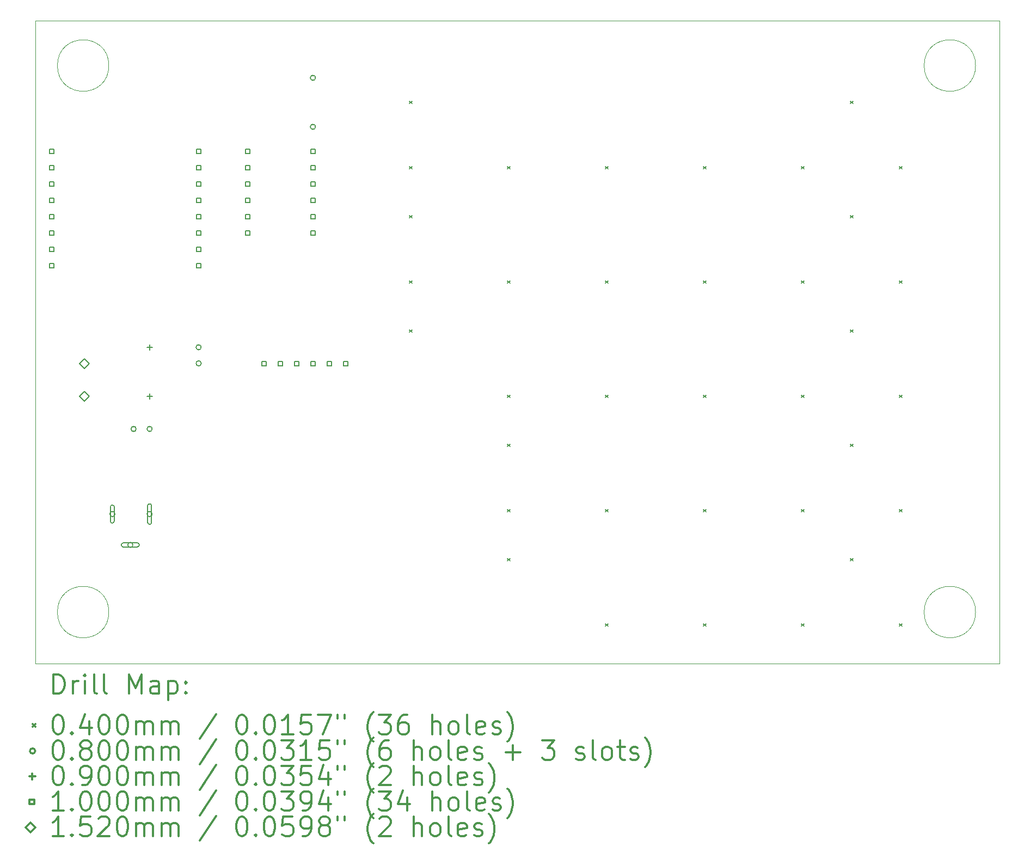
<source format=gbr>
%FSLAX45Y45*%
G04 Gerber Fmt 4.5, Leading zero omitted, Abs format (unit mm)*
G04 Created by KiCad (PCBNEW 5.1.10) date 2021-10-31 13:48:07*
%MOMM*%
%LPD*%
G01*
G04 APERTURE LIST*
%TA.AperFunction,Profile*%
%ADD10C,0.050000*%
%TD*%
%ADD11C,0.200000*%
%ADD12C,0.300000*%
G04 APERTURE END LIST*
D10*
X18180000Y-12500000D02*
G75*
G03*
X18180000Y-12500000I-400000J0D01*
G01*
X18180000Y-4000000D02*
G75*
G03*
X18180000Y-4000000I-400000J0D01*
G01*
X4700000Y-4000000D02*
G75*
G03*
X4700000Y-4000000I-400000J0D01*
G01*
X4700000Y-12500000D02*
G75*
G03*
X4700000Y-12500000I-400000J0D01*
G01*
X18556000Y-3302000D02*
X18556000Y-13302000D01*
X3556000Y-13302000D02*
X18556000Y-13302000D01*
X3556000Y-3302000D02*
X3556000Y-13302000D01*
X3556000Y-3302000D02*
X18556000Y-3302000D01*
D11*
X9378000Y-4552000D02*
X9418000Y-4592000D01*
X9418000Y-4552000D02*
X9378000Y-4592000D01*
X9378000Y-5568000D02*
X9418000Y-5608000D01*
X9418000Y-5568000D02*
X9378000Y-5608000D01*
X9378000Y-6330000D02*
X9418000Y-6370000D01*
X9418000Y-6330000D02*
X9378000Y-6370000D01*
X9378000Y-7346000D02*
X9418000Y-7386000D01*
X9418000Y-7346000D02*
X9378000Y-7386000D01*
X9378000Y-8108000D02*
X9418000Y-8148000D01*
X9418000Y-8108000D02*
X9378000Y-8148000D01*
X10902000Y-5568000D02*
X10942000Y-5608000D01*
X10942000Y-5568000D02*
X10902000Y-5608000D01*
X10902000Y-7346000D02*
X10942000Y-7386000D01*
X10942000Y-7346000D02*
X10902000Y-7386000D01*
X10902000Y-9124000D02*
X10942000Y-9164000D01*
X10942000Y-9124000D02*
X10902000Y-9164000D01*
X10902000Y-9886000D02*
X10942000Y-9926000D01*
X10942000Y-9886000D02*
X10902000Y-9926000D01*
X10902000Y-10902000D02*
X10942000Y-10942000D01*
X10942000Y-10902000D02*
X10902000Y-10942000D01*
X10902000Y-11664000D02*
X10942000Y-11704000D01*
X10942000Y-11664000D02*
X10902000Y-11704000D01*
X12426000Y-5568000D02*
X12466000Y-5608000D01*
X12466000Y-5568000D02*
X12426000Y-5608000D01*
X12426000Y-7346000D02*
X12466000Y-7386000D01*
X12466000Y-7346000D02*
X12426000Y-7386000D01*
X12426000Y-9124000D02*
X12466000Y-9164000D01*
X12466000Y-9124000D02*
X12426000Y-9164000D01*
X12426000Y-10902000D02*
X12466000Y-10942000D01*
X12466000Y-10902000D02*
X12426000Y-10942000D01*
X12426000Y-12680000D02*
X12466000Y-12720000D01*
X12466000Y-12680000D02*
X12426000Y-12720000D01*
X13950000Y-5568000D02*
X13990000Y-5608000D01*
X13990000Y-5568000D02*
X13950000Y-5608000D01*
X13950000Y-7346000D02*
X13990000Y-7386000D01*
X13990000Y-7346000D02*
X13950000Y-7386000D01*
X13950000Y-9124000D02*
X13990000Y-9164000D01*
X13990000Y-9124000D02*
X13950000Y-9164000D01*
X13950000Y-10902000D02*
X13990000Y-10942000D01*
X13990000Y-10902000D02*
X13950000Y-10942000D01*
X13950000Y-12680000D02*
X13990000Y-12720000D01*
X13990000Y-12680000D02*
X13950000Y-12720000D01*
X15474000Y-5568000D02*
X15514000Y-5608000D01*
X15514000Y-5568000D02*
X15474000Y-5608000D01*
X15474000Y-7346000D02*
X15514000Y-7386000D01*
X15514000Y-7346000D02*
X15474000Y-7386000D01*
X15474000Y-9124000D02*
X15514000Y-9164000D01*
X15514000Y-9124000D02*
X15474000Y-9164000D01*
X15474000Y-10902000D02*
X15514000Y-10942000D01*
X15514000Y-10902000D02*
X15474000Y-10942000D01*
X15474000Y-12680000D02*
X15514000Y-12720000D01*
X15514000Y-12680000D02*
X15474000Y-12720000D01*
X16236000Y-4552000D02*
X16276000Y-4592000D01*
X16276000Y-4552000D02*
X16236000Y-4592000D01*
X16236000Y-6330000D02*
X16276000Y-6370000D01*
X16276000Y-6330000D02*
X16236000Y-6370000D01*
X16236000Y-8108000D02*
X16276000Y-8148000D01*
X16276000Y-8108000D02*
X16236000Y-8148000D01*
X16236000Y-9886000D02*
X16276000Y-9926000D01*
X16276000Y-9886000D02*
X16236000Y-9926000D01*
X16236000Y-11664000D02*
X16276000Y-11704000D01*
X16276000Y-11664000D02*
X16236000Y-11704000D01*
X16998000Y-5568000D02*
X17038000Y-5608000D01*
X17038000Y-5568000D02*
X16998000Y-5608000D01*
X16998000Y-7346000D02*
X17038000Y-7386000D01*
X17038000Y-7346000D02*
X16998000Y-7386000D01*
X16998000Y-9124000D02*
X17038000Y-9164000D01*
X17038000Y-9124000D02*
X16998000Y-9164000D01*
X16998000Y-10902000D02*
X17038000Y-10942000D01*
X17038000Y-10902000D02*
X16998000Y-10942000D01*
X16998000Y-12680000D02*
X17038000Y-12720000D01*
X17038000Y-12680000D02*
X16998000Y-12720000D01*
X4794000Y-10975340D02*
G75*
G03*
X4794000Y-10975340I-40000J0D01*
G01*
X4724000Y-10865340D02*
X4724000Y-11085340D01*
X4784000Y-10865340D02*
X4784000Y-11085340D01*
X4724000Y-11085340D02*
G75*
G03*
X4784000Y-11085340I30000J0D01*
G01*
X4784000Y-10865340D02*
G75*
G03*
X4724000Y-10865340I-30000J0D01*
G01*
X5074000Y-11455340D02*
G75*
G03*
X5074000Y-11455340I-40000J0D01*
G01*
X4924000Y-11485340D02*
X5144000Y-11485340D01*
X4924000Y-11425340D02*
X5144000Y-11425340D01*
X5144000Y-11485340D02*
G75*
G03*
X5144000Y-11425340I0J30000D01*
G01*
X4924000Y-11425340D02*
G75*
G03*
X4924000Y-11485340I0J-30000D01*
G01*
X5124000Y-9652000D02*
G75*
G03*
X5124000Y-9652000I-40000J0D01*
G01*
X5374000Y-9652000D02*
G75*
G03*
X5374000Y-9652000I-40000J0D01*
G01*
X5374000Y-10975340D02*
G75*
G03*
X5374000Y-10975340I-40000J0D01*
G01*
X5304000Y-10845340D02*
X5304000Y-11105340D01*
X5364000Y-10845340D02*
X5364000Y-11105340D01*
X5304000Y-11105340D02*
G75*
G03*
X5364000Y-11105340I30000J0D01*
G01*
X5364000Y-10845340D02*
G75*
G03*
X5304000Y-10845340I-30000J0D01*
G01*
X6136000Y-8382000D02*
G75*
G03*
X6136000Y-8382000I-40000J0D01*
G01*
X6136000Y-8632000D02*
G75*
G03*
X6136000Y-8632000I-40000J0D01*
G01*
X7914000Y-4191000D02*
G75*
G03*
X7914000Y-4191000I-40000J0D01*
G01*
X7914000Y-4953000D02*
G75*
G03*
X7914000Y-4953000I-40000J0D01*
G01*
X5334000Y-8337000D02*
X5334000Y-8427000D01*
X5289000Y-8382000D02*
X5379000Y-8382000D01*
X5334000Y-9099000D02*
X5334000Y-9189000D01*
X5289000Y-9144000D02*
X5379000Y-9144000D01*
X3845356Y-5369356D02*
X3845356Y-5298644D01*
X3774644Y-5298644D01*
X3774644Y-5369356D01*
X3845356Y-5369356D01*
X3845356Y-5623356D02*
X3845356Y-5552644D01*
X3774644Y-5552644D01*
X3774644Y-5623356D01*
X3845356Y-5623356D01*
X3845356Y-5877356D02*
X3845356Y-5806644D01*
X3774644Y-5806644D01*
X3774644Y-5877356D01*
X3845356Y-5877356D01*
X3845356Y-6131356D02*
X3845356Y-6060644D01*
X3774644Y-6060644D01*
X3774644Y-6131356D01*
X3845356Y-6131356D01*
X3845356Y-6385356D02*
X3845356Y-6314644D01*
X3774644Y-6314644D01*
X3774644Y-6385356D01*
X3845356Y-6385356D01*
X3845356Y-6639356D02*
X3845356Y-6568644D01*
X3774644Y-6568644D01*
X3774644Y-6639356D01*
X3845356Y-6639356D01*
X3845356Y-6893356D02*
X3845356Y-6822644D01*
X3774644Y-6822644D01*
X3774644Y-6893356D01*
X3845356Y-6893356D01*
X3845356Y-7147356D02*
X3845356Y-7076644D01*
X3774644Y-7076644D01*
X3774644Y-7147356D01*
X3845356Y-7147356D01*
X6131356Y-5369356D02*
X6131356Y-5298644D01*
X6060644Y-5298644D01*
X6060644Y-5369356D01*
X6131356Y-5369356D01*
X6131356Y-5623356D02*
X6131356Y-5552644D01*
X6060644Y-5552644D01*
X6060644Y-5623356D01*
X6131356Y-5623356D01*
X6131356Y-5877356D02*
X6131356Y-5806644D01*
X6060644Y-5806644D01*
X6060644Y-5877356D01*
X6131356Y-5877356D01*
X6131356Y-6131356D02*
X6131356Y-6060644D01*
X6060644Y-6060644D01*
X6060644Y-6131356D01*
X6131356Y-6131356D01*
X6131356Y-6385356D02*
X6131356Y-6314644D01*
X6060644Y-6314644D01*
X6060644Y-6385356D01*
X6131356Y-6385356D01*
X6131356Y-6639356D02*
X6131356Y-6568644D01*
X6060644Y-6568644D01*
X6060644Y-6639356D01*
X6131356Y-6639356D01*
X6131356Y-6893356D02*
X6131356Y-6822644D01*
X6060644Y-6822644D01*
X6060644Y-6893356D01*
X6131356Y-6893356D01*
X6131356Y-7147356D02*
X6131356Y-7076644D01*
X6060644Y-7076644D01*
X6060644Y-7147356D01*
X6131356Y-7147356D01*
X6893356Y-5369356D02*
X6893356Y-5298644D01*
X6822644Y-5298644D01*
X6822644Y-5369356D01*
X6893356Y-5369356D01*
X6893356Y-5623356D02*
X6893356Y-5552644D01*
X6822644Y-5552644D01*
X6822644Y-5623356D01*
X6893356Y-5623356D01*
X6893356Y-5877356D02*
X6893356Y-5806644D01*
X6822644Y-5806644D01*
X6822644Y-5877356D01*
X6893356Y-5877356D01*
X6893356Y-6131356D02*
X6893356Y-6060644D01*
X6822644Y-6060644D01*
X6822644Y-6131356D01*
X6893356Y-6131356D01*
X6893356Y-6385356D02*
X6893356Y-6314644D01*
X6822644Y-6314644D01*
X6822644Y-6385356D01*
X6893356Y-6385356D01*
X6893356Y-6639356D02*
X6893356Y-6568644D01*
X6822644Y-6568644D01*
X6822644Y-6639356D01*
X6893356Y-6639356D01*
X7147356Y-8671356D02*
X7147356Y-8600644D01*
X7076644Y-8600644D01*
X7076644Y-8671356D01*
X7147356Y-8671356D01*
X7401356Y-8671356D02*
X7401356Y-8600644D01*
X7330644Y-8600644D01*
X7330644Y-8671356D01*
X7401356Y-8671356D01*
X7655356Y-8671356D02*
X7655356Y-8600644D01*
X7584644Y-8600644D01*
X7584644Y-8671356D01*
X7655356Y-8671356D01*
X7909356Y-5369356D02*
X7909356Y-5298644D01*
X7838644Y-5298644D01*
X7838644Y-5369356D01*
X7909356Y-5369356D01*
X7909356Y-5623356D02*
X7909356Y-5552644D01*
X7838644Y-5552644D01*
X7838644Y-5623356D01*
X7909356Y-5623356D01*
X7909356Y-5877356D02*
X7909356Y-5806644D01*
X7838644Y-5806644D01*
X7838644Y-5877356D01*
X7909356Y-5877356D01*
X7909356Y-6131356D02*
X7909356Y-6060644D01*
X7838644Y-6060644D01*
X7838644Y-6131356D01*
X7909356Y-6131356D01*
X7909356Y-6385356D02*
X7909356Y-6314644D01*
X7838644Y-6314644D01*
X7838644Y-6385356D01*
X7909356Y-6385356D01*
X7909356Y-6639356D02*
X7909356Y-6568644D01*
X7838644Y-6568644D01*
X7838644Y-6639356D01*
X7909356Y-6639356D01*
X7909356Y-8671356D02*
X7909356Y-8600644D01*
X7838644Y-8600644D01*
X7838644Y-8671356D01*
X7909356Y-8671356D01*
X8163356Y-8671356D02*
X8163356Y-8600644D01*
X8092644Y-8600644D01*
X8092644Y-8671356D01*
X8163356Y-8671356D01*
X8417356Y-8671356D02*
X8417356Y-8600644D01*
X8346644Y-8600644D01*
X8346644Y-8671356D01*
X8417356Y-8671356D01*
X4318000Y-8712000D02*
X4394000Y-8636000D01*
X4318000Y-8560000D01*
X4242000Y-8636000D01*
X4318000Y-8712000D01*
X4318000Y-9220000D02*
X4394000Y-9144000D01*
X4318000Y-9068000D01*
X4242000Y-9144000D01*
X4318000Y-9220000D01*
D12*
X3839928Y-13770214D02*
X3839928Y-13470214D01*
X3911357Y-13470214D01*
X3954214Y-13484500D01*
X3982786Y-13513071D01*
X3997071Y-13541643D01*
X4011357Y-13598786D01*
X4011357Y-13641643D01*
X3997071Y-13698786D01*
X3982786Y-13727357D01*
X3954214Y-13755929D01*
X3911357Y-13770214D01*
X3839928Y-13770214D01*
X4139928Y-13770214D02*
X4139928Y-13570214D01*
X4139928Y-13627357D02*
X4154214Y-13598786D01*
X4168500Y-13584500D01*
X4197071Y-13570214D01*
X4225643Y-13570214D01*
X4325643Y-13770214D02*
X4325643Y-13570214D01*
X4325643Y-13470214D02*
X4311357Y-13484500D01*
X4325643Y-13498786D01*
X4339928Y-13484500D01*
X4325643Y-13470214D01*
X4325643Y-13498786D01*
X4511357Y-13770214D02*
X4482786Y-13755929D01*
X4468500Y-13727357D01*
X4468500Y-13470214D01*
X4668500Y-13770214D02*
X4639928Y-13755929D01*
X4625643Y-13727357D01*
X4625643Y-13470214D01*
X5011357Y-13770214D02*
X5011357Y-13470214D01*
X5111357Y-13684500D01*
X5211357Y-13470214D01*
X5211357Y-13770214D01*
X5482786Y-13770214D02*
X5482786Y-13613071D01*
X5468500Y-13584500D01*
X5439928Y-13570214D01*
X5382786Y-13570214D01*
X5354214Y-13584500D01*
X5482786Y-13755929D02*
X5454214Y-13770214D01*
X5382786Y-13770214D01*
X5354214Y-13755929D01*
X5339928Y-13727357D01*
X5339928Y-13698786D01*
X5354214Y-13670214D01*
X5382786Y-13655929D01*
X5454214Y-13655929D01*
X5482786Y-13641643D01*
X5625643Y-13570214D02*
X5625643Y-13870214D01*
X5625643Y-13584500D02*
X5654214Y-13570214D01*
X5711357Y-13570214D01*
X5739928Y-13584500D01*
X5754214Y-13598786D01*
X5768500Y-13627357D01*
X5768500Y-13713071D01*
X5754214Y-13741643D01*
X5739928Y-13755929D01*
X5711357Y-13770214D01*
X5654214Y-13770214D01*
X5625643Y-13755929D01*
X5897071Y-13741643D02*
X5911357Y-13755929D01*
X5897071Y-13770214D01*
X5882786Y-13755929D01*
X5897071Y-13741643D01*
X5897071Y-13770214D01*
X5897071Y-13584500D02*
X5911357Y-13598786D01*
X5897071Y-13613071D01*
X5882786Y-13598786D01*
X5897071Y-13584500D01*
X5897071Y-13613071D01*
X3513500Y-14244500D02*
X3553500Y-14284500D01*
X3553500Y-14244500D02*
X3513500Y-14284500D01*
X3897071Y-14100214D02*
X3925643Y-14100214D01*
X3954214Y-14114500D01*
X3968500Y-14128786D01*
X3982786Y-14157357D01*
X3997071Y-14214500D01*
X3997071Y-14285929D01*
X3982786Y-14343071D01*
X3968500Y-14371643D01*
X3954214Y-14385929D01*
X3925643Y-14400214D01*
X3897071Y-14400214D01*
X3868500Y-14385929D01*
X3854214Y-14371643D01*
X3839928Y-14343071D01*
X3825643Y-14285929D01*
X3825643Y-14214500D01*
X3839928Y-14157357D01*
X3854214Y-14128786D01*
X3868500Y-14114500D01*
X3897071Y-14100214D01*
X4125643Y-14371643D02*
X4139928Y-14385929D01*
X4125643Y-14400214D01*
X4111357Y-14385929D01*
X4125643Y-14371643D01*
X4125643Y-14400214D01*
X4397071Y-14200214D02*
X4397071Y-14400214D01*
X4325643Y-14085929D02*
X4254214Y-14300214D01*
X4439928Y-14300214D01*
X4611357Y-14100214D02*
X4639928Y-14100214D01*
X4668500Y-14114500D01*
X4682786Y-14128786D01*
X4697071Y-14157357D01*
X4711357Y-14214500D01*
X4711357Y-14285929D01*
X4697071Y-14343071D01*
X4682786Y-14371643D01*
X4668500Y-14385929D01*
X4639928Y-14400214D01*
X4611357Y-14400214D01*
X4582786Y-14385929D01*
X4568500Y-14371643D01*
X4554214Y-14343071D01*
X4539928Y-14285929D01*
X4539928Y-14214500D01*
X4554214Y-14157357D01*
X4568500Y-14128786D01*
X4582786Y-14114500D01*
X4611357Y-14100214D01*
X4897071Y-14100214D02*
X4925643Y-14100214D01*
X4954214Y-14114500D01*
X4968500Y-14128786D01*
X4982786Y-14157357D01*
X4997071Y-14214500D01*
X4997071Y-14285929D01*
X4982786Y-14343071D01*
X4968500Y-14371643D01*
X4954214Y-14385929D01*
X4925643Y-14400214D01*
X4897071Y-14400214D01*
X4868500Y-14385929D01*
X4854214Y-14371643D01*
X4839928Y-14343071D01*
X4825643Y-14285929D01*
X4825643Y-14214500D01*
X4839928Y-14157357D01*
X4854214Y-14128786D01*
X4868500Y-14114500D01*
X4897071Y-14100214D01*
X5125643Y-14400214D02*
X5125643Y-14200214D01*
X5125643Y-14228786D02*
X5139928Y-14214500D01*
X5168500Y-14200214D01*
X5211357Y-14200214D01*
X5239928Y-14214500D01*
X5254214Y-14243071D01*
X5254214Y-14400214D01*
X5254214Y-14243071D02*
X5268500Y-14214500D01*
X5297071Y-14200214D01*
X5339928Y-14200214D01*
X5368500Y-14214500D01*
X5382786Y-14243071D01*
X5382786Y-14400214D01*
X5525643Y-14400214D02*
X5525643Y-14200214D01*
X5525643Y-14228786D02*
X5539928Y-14214500D01*
X5568500Y-14200214D01*
X5611357Y-14200214D01*
X5639928Y-14214500D01*
X5654214Y-14243071D01*
X5654214Y-14400214D01*
X5654214Y-14243071D02*
X5668500Y-14214500D01*
X5697071Y-14200214D01*
X5739928Y-14200214D01*
X5768500Y-14214500D01*
X5782786Y-14243071D01*
X5782786Y-14400214D01*
X6368500Y-14085929D02*
X6111357Y-14471643D01*
X6754214Y-14100214D02*
X6782786Y-14100214D01*
X6811357Y-14114500D01*
X6825643Y-14128786D01*
X6839928Y-14157357D01*
X6854214Y-14214500D01*
X6854214Y-14285929D01*
X6839928Y-14343071D01*
X6825643Y-14371643D01*
X6811357Y-14385929D01*
X6782786Y-14400214D01*
X6754214Y-14400214D01*
X6725643Y-14385929D01*
X6711357Y-14371643D01*
X6697071Y-14343071D01*
X6682786Y-14285929D01*
X6682786Y-14214500D01*
X6697071Y-14157357D01*
X6711357Y-14128786D01*
X6725643Y-14114500D01*
X6754214Y-14100214D01*
X6982786Y-14371643D02*
X6997071Y-14385929D01*
X6982786Y-14400214D01*
X6968500Y-14385929D01*
X6982786Y-14371643D01*
X6982786Y-14400214D01*
X7182786Y-14100214D02*
X7211357Y-14100214D01*
X7239928Y-14114500D01*
X7254214Y-14128786D01*
X7268500Y-14157357D01*
X7282786Y-14214500D01*
X7282786Y-14285929D01*
X7268500Y-14343071D01*
X7254214Y-14371643D01*
X7239928Y-14385929D01*
X7211357Y-14400214D01*
X7182786Y-14400214D01*
X7154214Y-14385929D01*
X7139928Y-14371643D01*
X7125643Y-14343071D01*
X7111357Y-14285929D01*
X7111357Y-14214500D01*
X7125643Y-14157357D01*
X7139928Y-14128786D01*
X7154214Y-14114500D01*
X7182786Y-14100214D01*
X7568500Y-14400214D02*
X7397071Y-14400214D01*
X7482786Y-14400214D02*
X7482786Y-14100214D01*
X7454214Y-14143071D01*
X7425643Y-14171643D01*
X7397071Y-14185929D01*
X7839928Y-14100214D02*
X7697071Y-14100214D01*
X7682786Y-14243071D01*
X7697071Y-14228786D01*
X7725643Y-14214500D01*
X7797071Y-14214500D01*
X7825643Y-14228786D01*
X7839928Y-14243071D01*
X7854214Y-14271643D01*
X7854214Y-14343071D01*
X7839928Y-14371643D01*
X7825643Y-14385929D01*
X7797071Y-14400214D01*
X7725643Y-14400214D01*
X7697071Y-14385929D01*
X7682786Y-14371643D01*
X7954214Y-14100214D02*
X8154214Y-14100214D01*
X8025643Y-14400214D01*
X8254214Y-14100214D02*
X8254214Y-14157357D01*
X8368500Y-14100214D02*
X8368500Y-14157357D01*
X8811357Y-14514500D02*
X8797071Y-14500214D01*
X8768500Y-14457357D01*
X8754214Y-14428786D01*
X8739928Y-14385929D01*
X8725643Y-14314500D01*
X8725643Y-14257357D01*
X8739928Y-14185929D01*
X8754214Y-14143071D01*
X8768500Y-14114500D01*
X8797071Y-14071643D01*
X8811357Y-14057357D01*
X8897071Y-14100214D02*
X9082786Y-14100214D01*
X8982786Y-14214500D01*
X9025643Y-14214500D01*
X9054214Y-14228786D01*
X9068500Y-14243071D01*
X9082786Y-14271643D01*
X9082786Y-14343071D01*
X9068500Y-14371643D01*
X9054214Y-14385929D01*
X9025643Y-14400214D01*
X8939928Y-14400214D01*
X8911357Y-14385929D01*
X8897071Y-14371643D01*
X9339928Y-14100214D02*
X9282786Y-14100214D01*
X9254214Y-14114500D01*
X9239928Y-14128786D01*
X9211357Y-14171643D01*
X9197071Y-14228786D01*
X9197071Y-14343071D01*
X9211357Y-14371643D01*
X9225643Y-14385929D01*
X9254214Y-14400214D01*
X9311357Y-14400214D01*
X9339928Y-14385929D01*
X9354214Y-14371643D01*
X9368500Y-14343071D01*
X9368500Y-14271643D01*
X9354214Y-14243071D01*
X9339928Y-14228786D01*
X9311357Y-14214500D01*
X9254214Y-14214500D01*
X9225643Y-14228786D01*
X9211357Y-14243071D01*
X9197071Y-14271643D01*
X9725643Y-14400214D02*
X9725643Y-14100214D01*
X9854214Y-14400214D02*
X9854214Y-14243071D01*
X9839928Y-14214500D01*
X9811357Y-14200214D01*
X9768500Y-14200214D01*
X9739928Y-14214500D01*
X9725643Y-14228786D01*
X10039928Y-14400214D02*
X10011357Y-14385929D01*
X9997071Y-14371643D01*
X9982786Y-14343071D01*
X9982786Y-14257357D01*
X9997071Y-14228786D01*
X10011357Y-14214500D01*
X10039928Y-14200214D01*
X10082786Y-14200214D01*
X10111357Y-14214500D01*
X10125643Y-14228786D01*
X10139928Y-14257357D01*
X10139928Y-14343071D01*
X10125643Y-14371643D01*
X10111357Y-14385929D01*
X10082786Y-14400214D01*
X10039928Y-14400214D01*
X10311357Y-14400214D02*
X10282786Y-14385929D01*
X10268500Y-14357357D01*
X10268500Y-14100214D01*
X10539928Y-14385929D02*
X10511357Y-14400214D01*
X10454214Y-14400214D01*
X10425643Y-14385929D01*
X10411357Y-14357357D01*
X10411357Y-14243071D01*
X10425643Y-14214500D01*
X10454214Y-14200214D01*
X10511357Y-14200214D01*
X10539928Y-14214500D01*
X10554214Y-14243071D01*
X10554214Y-14271643D01*
X10411357Y-14300214D01*
X10668500Y-14385929D02*
X10697071Y-14400214D01*
X10754214Y-14400214D01*
X10782786Y-14385929D01*
X10797071Y-14357357D01*
X10797071Y-14343071D01*
X10782786Y-14314500D01*
X10754214Y-14300214D01*
X10711357Y-14300214D01*
X10682786Y-14285929D01*
X10668500Y-14257357D01*
X10668500Y-14243071D01*
X10682786Y-14214500D01*
X10711357Y-14200214D01*
X10754214Y-14200214D01*
X10782786Y-14214500D01*
X10897071Y-14514500D02*
X10911357Y-14500214D01*
X10939928Y-14457357D01*
X10954214Y-14428786D01*
X10968500Y-14385929D01*
X10982786Y-14314500D01*
X10982786Y-14257357D01*
X10968500Y-14185929D01*
X10954214Y-14143071D01*
X10939928Y-14114500D01*
X10911357Y-14071643D01*
X10897071Y-14057357D01*
X3553500Y-14660500D02*
G75*
G03*
X3553500Y-14660500I-40000J0D01*
G01*
X3897071Y-14496214D02*
X3925643Y-14496214D01*
X3954214Y-14510500D01*
X3968500Y-14524786D01*
X3982786Y-14553357D01*
X3997071Y-14610500D01*
X3997071Y-14681929D01*
X3982786Y-14739071D01*
X3968500Y-14767643D01*
X3954214Y-14781929D01*
X3925643Y-14796214D01*
X3897071Y-14796214D01*
X3868500Y-14781929D01*
X3854214Y-14767643D01*
X3839928Y-14739071D01*
X3825643Y-14681929D01*
X3825643Y-14610500D01*
X3839928Y-14553357D01*
X3854214Y-14524786D01*
X3868500Y-14510500D01*
X3897071Y-14496214D01*
X4125643Y-14767643D02*
X4139928Y-14781929D01*
X4125643Y-14796214D01*
X4111357Y-14781929D01*
X4125643Y-14767643D01*
X4125643Y-14796214D01*
X4311357Y-14624786D02*
X4282786Y-14610500D01*
X4268500Y-14596214D01*
X4254214Y-14567643D01*
X4254214Y-14553357D01*
X4268500Y-14524786D01*
X4282786Y-14510500D01*
X4311357Y-14496214D01*
X4368500Y-14496214D01*
X4397071Y-14510500D01*
X4411357Y-14524786D01*
X4425643Y-14553357D01*
X4425643Y-14567643D01*
X4411357Y-14596214D01*
X4397071Y-14610500D01*
X4368500Y-14624786D01*
X4311357Y-14624786D01*
X4282786Y-14639071D01*
X4268500Y-14653357D01*
X4254214Y-14681929D01*
X4254214Y-14739071D01*
X4268500Y-14767643D01*
X4282786Y-14781929D01*
X4311357Y-14796214D01*
X4368500Y-14796214D01*
X4397071Y-14781929D01*
X4411357Y-14767643D01*
X4425643Y-14739071D01*
X4425643Y-14681929D01*
X4411357Y-14653357D01*
X4397071Y-14639071D01*
X4368500Y-14624786D01*
X4611357Y-14496214D02*
X4639928Y-14496214D01*
X4668500Y-14510500D01*
X4682786Y-14524786D01*
X4697071Y-14553357D01*
X4711357Y-14610500D01*
X4711357Y-14681929D01*
X4697071Y-14739071D01*
X4682786Y-14767643D01*
X4668500Y-14781929D01*
X4639928Y-14796214D01*
X4611357Y-14796214D01*
X4582786Y-14781929D01*
X4568500Y-14767643D01*
X4554214Y-14739071D01*
X4539928Y-14681929D01*
X4539928Y-14610500D01*
X4554214Y-14553357D01*
X4568500Y-14524786D01*
X4582786Y-14510500D01*
X4611357Y-14496214D01*
X4897071Y-14496214D02*
X4925643Y-14496214D01*
X4954214Y-14510500D01*
X4968500Y-14524786D01*
X4982786Y-14553357D01*
X4997071Y-14610500D01*
X4997071Y-14681929D01*
X4982786Y-14739071D01*
X4968500Y-14767643D01*
X4954214Y-14781929D01*
X4925643Y-14796214D01*
X4897071Y-14796214D01*
X4868500Y-14781929D01*
X4854214Y-14767643D01*
X4839928Y-14739071D01*
X4825643Y-14681929D01*
X4825643Y-14610500D01*
X4839928Y-14553357D01*
X4854214Y-14524786D01*
X4868500Y-14510500D01*
X4897071Y-14496214D01*
X5125643Y-14796214D02*
X5125643Y-14596214D01*
X5125643Y-14624786D02*
X5139928Y-14610500D01*
X5168500Y-14596214D01*
X5211357Y-14596214D01*
X5239928Y-14610500D01*
X5254214Y-14639071D01*
X5254214Y-14796214D01*
X5254214Y-14639071D02*
X5268500Y-14610500D01*
X5297071Y-14596214D01*
X5339928Y-14596214D01*
X5368500Y-14610500D01*
X5382786Y-14639071D01*
X5382786Y-14796214D01*
X5525643Y-14796214D02*
X5525643Y-14596214D01*
X5525643Y-14624786D02*
X5539928Y-14610500D01*
X5568500Y-14596214D01*
X5611357Y-14596214D01*
X5639928Y-14610500D01*
X5654214Y-14639071D01*
X5654214Y-14796214D01*
X5654214Y-14639071D02*
X5668500Y-14610500D01*
X5697071Y-14596214D01*
X5739928Y-14596214D01*
X5768500Y-14610500D01*
X5782786Y-14639071D01*
X5782786Y-14796214D01*
X6368500Y-14481929D02*
X6111357Y-14867643D01*
X6754214Y-14496214D02*
X6782786Y-14496214D01*
X6811357Y-14510500D01*
X6825643Y-14524786D01*
X6839928Y-14553357D01*
X6854214Y-14610500D01*
X6854214Y-14681929D01*
X6839928Y-14739071D01*
X6825643Y-14767643D01*
X6811357Y-14781929D01*
X6782786Y-14796214D01*
X6754214Y-14796214D01*
X6725643Y-14781929D01*
X6711357Y-14767643D01*
X6697071Y-14739071D01*
X6682786Y-14681929D01*
X6682786Y-14610500D01*
X6697071Y-14553357D01*
X6711357Y-14524786D01*
X6725643Y-14510500D01*
X6754214Y-14496214D01*
X6982786Y-14767643D02*
X6997071Y-14781929D01*
X6982786Y-14796214D01*
X6968500Y-14781929D01*
X6982786Y-14767643D01*
X6982786Y-14796214D01*
X7182786Y-14496214D02*
X7211357Y-14496214D01*
X7239928Y-14510500D01*
X7254214Y-14524786D01*
X7268500Y-14553357D01*
X7282786Y-14610500D01*
X7282786Y-14681929D01*
X7268500Y-14739071D01*
X7254214Y-14767643D01*
X7239928Y-14781929D01*
X7211357Y-14796214D01*
X7182786Y-14796214D01*
X7154214Y-14781929D01*
X7139928Y-14767643D01*
X7125643Y-14739071D01*
X7111357Y-14681929D01*
X7111357Y-14610500D01*
X7125643Y-14553357D01*
X7139928Y-14524786D01*
X7154214Y-14510500D01*
X7182786Y-14496214D01*
X7382786Y-14496214D02*
X7568500Y-14496214D01*
X7468500Y-14610500D01*
X7511357Y-14610500D01*
X7539928Y-14624786D01*
X7554214Y-14639071D01*
X7568500Y-14667643D01*
X7568500Y-14739071D01*
X7554214Y-14767643D01*
X7539928Y-14781929D01*
X7511357Y-14796214D01*
X7425643Y-14796214D01*
X7397071Y-14781929D01*
X7382786Y-14767643D01*
X7854214Y-14796214D02*
X7682786Y-14796214D01*
X7768500Y-14796214D02*
X7768500Y-14496214D01*
X7739928Y-14539071D01*
X7711357Y-14567643D01*
X7682786Y-14581929D01*
X8125643Y-14496214D02*
X7982786Y-14496214D01*
X7968500Y-14639071D01*
X7982786Y-14624786D01*
X8011357Y-14610500D01*
X8082786Y-14610500D01*
X8111357Y-14624786D01*
X8125643Y-14639071D01*
X8139928Y-14667643D01*
X8139928Y-14739071D01*
X8125643Y-14767643D01*
X8111357Y-14781929D01*
X8082786Y-14796214D01*
X8011357Y-14796214D01*
X7982786Y-14781929D01*
X7968500Y-14767643D01*
X8254214Y-14496214D02*
X8254214Y-14553357D01*
X8368500Y-14496214D02*
X8368500Y-14553357D01*
X8811357Y-14910500D02*
X8797071Y-14896214D01*
X8768500Y-14853357D01*
X8754214Y-14824786D01*
X8739928Y-14781929D01*
X8725643Y-14710500D01*
X8725643Y-14653357D01*
X8739928Y-14581929D01*
X8754214Y-14539071D01*
X8768500Y-14510500D01*
X8797071Y-14467643D01*
X8811357Y-14453357D01*
X9054214Y-14496214D02*
X8997071Y-14496214D01*
X8968500Y-14510500D01*
X8954214Y-14524786D01*
X8925643Y-14567643D01*
X8911357Y-14624786D01*
X8911357Y-14739071D01*
X8925643Y-14767643D01*
X8939928Y-14781929D01*
X8968500Y-14796214D01*
X9025643Y-14796214D01*
X9054214Y-14781929D01*
X9068500Y-14767643D01*
X9082786Y-14739071D01*
X9082786Y-14667643D01*
X9068500Y-14639071D01*
X9054214Y-14624786D01*
X9025643Y-14610500D01*
X8968500Y-14610500D01*
X8939928Y-14624786D01*
X8925643Y-14639071D01*
X8911357Y-14667643D01*
X9439928Y-14796214D02*
X9439928Y-14496214D01*
X9568500Y-14796214D02*
X9568500Y-14639071D01*
X9554214Y-14610500D01*
X9525643Y-14596214D01*
X9482786Y-14596214D01*
X9454214Y-14610500D01*
X9439928Y-14624786D01*
X9754214Y-14796214D02*
X9725643Y-14781929D01*
X9711357Y-14767643D01*
X9697071Y-14739071D01*
X9697071Y-14653357D01*
X9711357Y-14624786D01*
X9725643Y-14610500D01*
X9754214Y-14596214D01*
X9797071Y-14596214D01*
X9825643Y-14610500D01*
X9839928Y-14624786D01*
X9854214Y-14653357D01*
X9854214Y-14739071D01*
X9839928Y-14767643D01*
X9825643Y-14781929D01*
X9797071Y-14796214D01*
X9754214Y-14796214D01*
X10025643Y-14796214D02*
X9997071Y-14781929D01*
X9982786Y-14753357D01*
X9982786Y-14496214D01*
X10254214Y-14781929D02*
X10225643Y-14796214D01*
X10168500Y-14796214D01*
X10139928Y-14781929D01*
X10125643Y-14753357D01*
X10125643Y-14639071D01*
X10139928Y-14610500D01*
X10168500Y-14596214D01*
X10225643Y-14596214D01*
X10254214Y-14610500D01*
X10268500Y-14639071D01*
X10268500Y-14667643D01*
X10125643Y-14696214D01*
X10382786Y-14781929D02*
X10411357Y-14796214D01*
X10468500Y-14796214D01*
X10497071Y-14781929D01*
X10511357Y-14753357D01*
X10511357Y-14739071D01*
X10497071Y-14710500D01*
X10468500Y-14696214D01*
X10425643Y-14696214D01*
X10397071Y-14681929D01*
X10382786Y-14653357D01*
X10382786Y-14639071D01*
X10397071Y-14610500D01*
X10425643Y-14596214D01*
X10468500Y-14596214D01*
X10497071Y-14610500D01*
X10868500Y-14681929D02*
X11097071Y-14681929D01*
X10982786Y-14796214D02*
X10982786Y-14567643D01*
X11439928Y-14496214D02*
X11625643Y-14496214D01*
X11525643Y-14610500D01*
X11568500Y-14610500D01*
X11597071Y-14624786D01*
X11611357Y-14639071D01*
X11625643Y-14667643D01*
X11625643Y-14739071D01*
X11611357Y-14767643D01*
X11597071Y-14781929D01*
X11568500Y-14796214D01*
X11482786Y-14796214D01*
X11454214Y-14781929D01*
X11439928Y-14767643D01*
X11968500Y-14781929D02*
X11997071Y-14796214D01*
X12054214Y-14796214D01*
X12082786Y-14781929D01*
X12097071Y-14753357D01*
X12097071Y-14739071D01*
X12082786Y-14710500D01*
X12054214Y-14696214D01*
X12011357Y-14696214D01*
X11982786Y-14681929D01*
X11968500Y-14653357D01*
X11968500Y-14639071D01*
X11982786Y-14610500D01*
X12011357Y-14596214D01*
X12054214Y-14596214D01*
X12082786Y-14610500D01*
X12268500Y-14796214D02*
X12239928Y-14781929D01*
X12225643Y-14753357D01*
X12225643Y-14496214D01*
X12425643Y-14796214D02*
X12397071Y-14781929D01*
X12382786Y-14767643D01*
X12368500Y-14739071D01*
X12368500Y-14653357D01*
X12382786Y-14624786D01*
X12397071Y-14610500D01*
X12425643Y-14596214D01*
X12468500Y-14596214D01*
X12497071Y-14610500D01*
X12511357Y-14624786D01*
X12525643Y-14653357D01*
X12525643Y-14739071D01*
X12511357Y-14767643D01*
X12497071Y-14781929D01*
X12468500Y-14796214D01*
X12425643Y-14796214D01*
X12611357Y-14596214D02*
X12725643Y-14596214D01*
X12654214Y-14496214D02*
X12654214Y-14753357D01*
X12668500Y-14781929D01*
X12697071Y-14796214D01*
X12725643Y-14796214D01*
X12811357Y-14781929D02*
X12839928Y-14796214D01*
X12897071Y-14796214D01*
X12925643Y-14781929D01*
X12939928Y-14753357D01*
X12939928Y-14739071D01*
X12925643Y-14710500D01*
X12897071Y-14696214D01*
X12854214Y-14696214D01*
X12825643Y-14681929D01*
X12811357Y-14653357D01*
X12811357Y-14639071D01*
X12825643Y-14610500D01*
X12854214Y-14596214D01*
X12897071Y-14596214D01*
X12925643Y-14610500D01*
X13039928Y-14910500D02*
X13054214Y-14896214D01*
X13082786Y-14853357D01*
X13097071Y-14824786D01*
X13111357Y-14781929D01*
X13125643Y-14710500D01*
X13125643Y-14653357D01*
X13111357Y-14581929D01*
X13097071Y-14539071D01*
X13082786Y-14510500D01*
X13054214Y-14467643D01*
X13039928Y-14453357D01*
X3508500Y-15011500D02*
X3508500Y-15101500D01*
X3463500Y-15056500D02*
X3553500Y-15056500D01*
X3897071Y-14892214D02*
X3925643Y-14892214D01*
X3954214Y-14906500D01*
X3968500Y-14920786D01*
X3982786Y-14949357D01*
X3997071Y-15006500D01*
X3997071Y-15077929D01*
X3982786Y-15135071D01*
X3968500Y-15163643D01*
X3954214Y-15177929D01*
X3925643Y-15192214D01*
X3897071Y-15192214D01*
X3868500Y-15177929D01*
X3854214Y-15163643D01*
X3839928Y-15135071D01*
X3825643Y-15077929D01*
X3825643Y-15006500D01*
X3839928Y-14949357D01*
X3854214Y-14920786D01*
X3868500Y-14906500D01*
X3897071Y-14892214D01*
X4125643Y-15163643D02*
X4139928Y-15177929D01*
X4125643Y-15192214D01*
X4111357Y-15177929D01*
X4125643Y-15163643D01*
X4125643Y-15192214D01*
X4282786Y-15192214D02*
X4339928Y-15192214D01*
X4368500Y-15177929D01*
X4382786Y-15163643D01*
X4411357Y-15120786D01*
X4425643Y-15063643D01*
X4425643Y-14949357D01*
X4411357Y-14920786D01*
X4397071Y-14906500D01*
X4368500Y-14892214D01*
X4311357Y-14892214D01*
X4282786Y-14906500D01*
X4268500Y-14920786D01*
X4254214Y-14949357D01*
X4254214Y-15020786D01*
X4268500Y-15049357D01*
X4282786Y-15063643D01*
X4311357Y-15077929D01*
X4368500Y-15077929D01*
X4397071Y-15063643D01*
X4411357Y-15049357D01*
X4425643Y-15020786D01*
X4611357Y-14892214D02*
X4639928Y-14892214D01*
X4668500Y-14906500D01*
X4682786Y-14920786D01*
X4697071Y-14949357D01*
X4711357Y-15006500D01*
X4711357Y-15077929D01*
X4697071Y-15135071D01*
X4682786Y-15163643D01*
X4668500Y-15177929D01*
X4639928Y-15192214D01*
X4611357Y-15192214D01*
X4582786Y-15177929D01*
X4568500Y-15163643D01*
X4554214Y-15135071D01*
X4539928Y-15077929D01*
X4539928Y-15006500D01*
X4554214Y-14949357D01*
X4568500Y-14920786D01*
X4582786Y-14906500D01*
X4611357Y-14892214D01*
X4897071Y-14892214D02*
X4925643Y-14892214D01*
X4954214Y-14906500D01*
X4968500Y-14920786D01*
X4982786Y-14949357D01*
X4997071Y-15006500D01*
X4997071Y-15077929D01*
X4982786Y-15135071D01*
X4968500Y-15163643D01*
X4954214Y-15177929D01*
X4925643Y-15192214D01*
X4897071Y-15192214D01*
X4868500Y-15177929D01*
X4854214Y-15163643D01*
X4839928Y-15135071D01*
X4825643Y-15077929D01*
X4825643Y-15006500D01*
X4839928Y-14949357D01*
X4854214Y-14920786D01*
X4868500Y-14906500D01*
X4897071Y-14892214D01*
X5125643Y-15192214D02*
X5125643Y-14992214D01*
X5125643Y-15020786D02*
X5139928Y-15006500D01*
X5168500Y-14992214D01*
X5211357Y-14992214D01*
X5239928Y-15006500D01*
X5254214Y-15035071D01*
X5254214Y-15192214D01*
X5254214Y-15035071D02*
X5268500Y-15006500D01*
X5297071Y-14992214D01*
X5339928Y-14992214D01*
X5368500Y-15006500D01*
X5382786Y-15035071D01*
X5382786Y-15192214D01*
X5525643Y-15192214D02*
X5525643Y-14992214D01*
X5525643Y-15020786D02*
X5539928Y-15006500D01*
X5568500Y-14992214D01*
X5611357Y-14992214D01*
X5639928Y-15006500D01*
X5654214Y-15035071D01*
X5654214Y-15192214D01*
X5654214Y-15035071D02*
X5668500Y-15006500D01*
X5697071Y-14992214D01*
X5739928Y-14992214D01*
X5768500Y-15006500D01*
X5782786Y-15035071D01*
X5782786Y-15192214D01*
X6368500Y-14877929D02*
X6111357Y-15263643D01*
X6754214Y-14892214D02*
X6782786Y-14892214D01*
X6811357Y-14906500D01*
X6825643Y-14920786D01*
X6839928Y-14949357D01*
X6854214Y-15006500D01*
X6854214Y-15077929D01*
X6839928Y-15135071D01*
X6825643Y-15163643D01*
X6811357Y-15177929D01*
X6782786Y-15192214D01*
X6754214Y-15192214D01*
X6725643Y-15177929D01*
X6711357Y-15163643D01*
X6697071Y-15135071D01*
X6682786Y-15077929D01*
X6682786Y-15006500D01*
X6697071Y-14949357D01*
X6711357Y-14920786D01*
X6725643Y-14906500D01*
X6754214Y-14892214D01*
X6982786Y-15163643D02*
X6997071Y-15177929D01*
X6982786Y-15192214D01*
X6968500Y-15177929D01*
X6982786Y-15163643D01*
X6982786Y-15192214D01*
X7182786Y-14892214D02*
X7211357Y-14892214D01*
X7239928Y-14906500D01*
X7254214Y-14920786D01*
X7268500Y-14949357D01*
X7282786Y-15006500D01*
X7282786Y-15077929D01*
X7268500Y-15135071D01*
X7254214Y-15163643D01*
X7239928Y-15177929D01*
X7211357Y-15192214D01*
X7182786Y-15192214D01*
X7154214Y-15177929D01*
X7139928Y-15163643D01*
X7125643Y-15135071D01*
X7111357Y-15077929D01*
X7111357Y-15006500D01*
X7125643Y-14949357D01*
X7139928Y-14920786D01*
X7154214Y-14906500D01*
X7182786Y-14892214D01*
X7382786Y-14892214D02*
X7568500Y-14892214D01*
X7468500Y-15006500D01*
X7511357Y-15006500D01*
X7539928Y-15020786D01*
X7554214Y-15035071D01*
X7568500Y-15063643D01*
X7568500Y-15135071D01*
X7554214Y-15163643D01*
X7539928Y-15177929D01*
X7511357Y-15192214D01*
X7425643Y-15192214D01*
X7397071Y-15177929D01*
X7382786Y-15163643D01*
X7839928Y-14892214D02*
X7697071Y-14892214D01*
X7682786Y-15035071D01*
X7697071Y-15020786D01*
X7725643Y-15006500D01*
X7797071Y-15006500D01*
X7825643Y-15020786D01*
X7839928Y-15035071D01*
X7854214Y-15063643D01*
X7854214Y-15135071D01*
X7839928Y-15163643D01*
X7825643Y-15177929D01*
X7797071Y-15192214D01*
X7725643Y-15192214D01*
X7697071Y-15177929D01*
X7682786Y-15163643D01*
X8111357Y-14992214D02*
X8111357Y-15192214D01*
X8039928Y-14877929D02*
X7968500Y-15092214D01*
X8154214Y-15092214D01*
X8254214Y-14892214D02*
X8254214Y-14949357D01*
X8368500Y-14892214D02*
X8368500Y-14949357D01*
X8811357Y-15306500D02*
X8797071Y-15292214D01*
X8768500Y-15249357D01*
X8754214Y-15220786D01*
X8739928Y-15177929D01*
X8725643Y-15106500D01*
X8725643Y-15049357D01*
X8739928Y-14977929D01*
X8754214Y-14935071D01*
X8768500Y-14906500D01*
X8797071Y-14863643D01*
X8811357Y-14849357D01*
X8911357Y-14920786D02*
X8925643Y-14906500D01*
X8954214Y-14892214D01*
X9025643Y-14892214D01*
X9054214Y-14906500D01*
X9068500Y-14920786D01*
X9082786Y-14949357D01*
X9082786Y-14977929D01*
X9068500Y-15020786D01*
X8897071Y-15192214D01*
X9082786Y-15192214D01*
X9439928Y-15192214D02*
X9439928Y-14892214D01*
X9568500Y-15192214D02*
X9568500Y-15035071D01*
X9554214Y-15006500D01*
X9525643Y-14992214D01*
X9482786Y-14992214D01*
X9454214Y-15006500D01*
X9439928Y-15020786D01*
X9754214Y-15192214D02*
X9725643Y-15177929D01*
X9711357Y-15163643D01*
X9697071Y-15135071D01*
X9697071Y-15049357D01*
X9711357Y-15020786D01*
X9725643Y-15006500D01*
X9754214Y-14992214D01*
X9797071Y-14992214D01*
X9825643Y-15006500D01*
X9839928Y-15020786D01*
X9854214Y-15049357D01*
X9854214Y-15135071D01*
X9839928Y-15163643D01*
X9825643Y-15177929D01*
X9797071Y-15192214D01*
X9754214Y-15192214D01*
X10025643Y-15192214D02*
X9997071Y-15177929D01*
X9982786Y-15149357D01*
X9982786Y-14892214D01*
X10254214Y-15177929D02*
X10225643Y-15192214D01*
X10168500Y-15192214D01*
X10139928Y-15177929D01*
X10125643Y-15149357D01*
X10125643Y-15035071D01*
X10139928Y-15006500D01*
X10168500Y-14992214D01*
X10225643Y-14992214D01*
X10254214Y-15006500D01*
X10268500Y-15035071D01*
X10268500Y-15063643D01*
X10125643Y-15092214D01*
X10382786Y-15177929D02*
X10411357Y-15192214D01*
X10468500Y-15192214D01*
X10497071Y-15177929D01*
X10511357Y-15149357D01*
X10511357Y-15135071D01*
X10497071Y-15106500D01*
X10468500Y-15092214D01*
X10425643Y-15092214D01*
X10397071Y-15077929D01*
X10382786Y-15049357D01*
X10382786Y-15035071D01*
X10397071Y-15006500D01*
X10425643Y-14992214D01*
X10468500Y-14992214D01*
X10497071Y-15006500D01*
X10611357Y-15306500D02*
X10625643Y-15292214D01*
X10654214Y-15249357D01*
X10668500Y-15220786D01*
X10682786Y-15177929D01*
X10697071Y-15106500D01*
X10697071Y-15049357D01*
X10682786Y-14977929D01*
X10668500Y-14935071D01*
X10654214Y-14906500D01*
X10625643Y-14863643D01*
X10611357Y-14849357D01*
X3538856Y-15487856D02*
X3538856Y-15417144D01*
X3468144Y-15417144D01*
X3468144Y-15487856D01*
X3538856Y-15487856D01*
X3997071Y-15588214D02*
X3825643Y-15588214D01*
X3911357Y-15588214D02*
X3911357Y-15288214D01*
X3882786Y-15331071D01*
X3854214Y-15359643D01*
X3825643Y-15373929D01*
X4125643Y-15559643D02*
X4139928Y-15573929D01*
X4125643Y-15588214D01*
X4111357Y-15573929D01*
X4125643Y-15559643D01*
X4125643Y-15588214D01*
X4325643Y-15288214D02*
X4354214Y-15288214D01*
X4382786Y-15302500D01*
X4397071Y-15316786D01*
X4411357Y-15345357D01*
X4425643Y-15402500D01*
X4425643Y-15473929D01*
X4411357Y-15531071D01*
X4397071Y-15559643D01*
X4382786Y-15573929D01*
X4354214Y-15588214D01*
X4325643Y-15588214D01*
X4297071Y-15573929D01*
X4282786Y-15559643D01*
X4268500Y-15531071D01*
X4254214Y-15473929D01*
X4254214Y-15402500D01*
X4268500Y-15345357D01*
X4282786Y-15316786D01*
X4297071Y-15302500D01*
X4325643Y-15288214D01*
X4611357Y-15288214D02*
X4639928Y-15288214D01*
X4668500Y-15302500D01*
X4682786Y-15316786D01*
X4697071Y-15345357D01*
X4711357Y-15402500D01*
X4711357Y-15473929D01*
X4697071Y-15531071D01*
X4682786Y-15559643D01*
X4668500Y-15573929D01*
X4639928Y-15588214D01*
X4611357Y-15588214D01*
X4582786Y-15573929D01*
X4568500Y-15559643D01*
X4554214Y-15531071D01*
X4539928Y-15473929D01*
X4539928Y-15402500D01*
X4554214Y-15345357D01*
X4568500Y-15316786D01*
X4582786Y-15302500D01*
X4611357Y-15288214D01*
X4897071Y-15288214D02*
X4925643Y-15288214D01*
X4954214Y-15302500D01*
X4968500Y-15316786D01*
X4982786Y-15345357D01*
X4997071Y-15402500D01*
X4997071Y-15473929D01*
X4982786Y-15531071D01*
X4968500Y-15559643D01*
X4954214Y-15573929D01*
X4925643Y-15588214D01*
X4897071Y-15588214D01*
X4868500Y-15573929D01*
X4854214Y-15559643D01*
X4839928Y-15531071D01*
X4825643Y-15473929D01*
X4825643Y-15402500D01*
X4839928Y-15345357D01*
X4854214Y-15316786D01*
X4868500Y-15302500D01*
X4897071Y-15288214D01*
X5125643Y-15588214D02*
X5125643Y-15388214D01*
X5125643Y-15416786D02*
X5139928Y-15402500D01*
X5168500Y-15388214D01*
X5211357Y-15388214D01*
X5239928Y-15402500D01*
X5254214Y-15431071D01*
X5254214Y-15588214D01*
X5254214Y-15431071D02*
X5268500Y-15402500D01*
X5297071Y-15388214D01*
X5339928Y-15388214D01*
X5368500Y-15402500D01*
X5382786Y-15431071D01*
X5382786Y-15588214D01*
X5525643Y-15588214D02*
X5525643Y-15388214D01*
X5525643Y-15416786D02*
X5539928Y-15402500D01*
X5568500Y-15388214D01*
X5611357Y-15388214D01*
X5639928Y-15402500D01*
X5654214Y-15431071D01*
X5654214Y-15588214D01*
X5654214Y-15431071D02*
X5668500Y-15402500D01*
X5697071Y-15388214D01*
X5739928Y-15388214D01*
X5768500Y-15402500D01*
X5782786Y-15431071D01*
X5782786Y-15588214D01*
X6368500Y-15273929D02*
X6111357Y-15659643D01*
X6754214Y-15288214D02*
X6782786Y-15288214D01*
X6811357Y-15302500D01*
X6825643Y-15316786D01*
X6839928Y-15345357D01*
X6854214Y-15402500D01*
X6854214Y-15473929D01*
X6839928Y-15531071D01*
X6825643Y-15559643D01*
X6811357Y-15573929D01*
X6782786Y-15588214D01*
X6754214Y-15588214D01*
X6725643Y-15573929D01*
X6711357Y-15559643D01*
X6697071Y-15531071D01*
X6682786Y-15473929D01*
X6682786Y-15402500D01*
X6697071Y-15345357D01*
X6711357Y-15316786D01*
X6725643Y-15302500D01*
X6754214Y-15288214D01*
X6982786Y-15559643D02*
X6997071Y-15573929D01*
X6982786Y-15588214D01*
X6968500Y-15573929D01*
X6982786Y-15559643D01*
X6982786Y-15588214D01*
X7182786Y-15288214D02*
X7211357Y-15288214D01*
X7239928Y-15302500D01*
X7254214Y-15316786D01*
X7268500Y-15345357D01*
X7282786Y-15402500D01*
X7282786Y-15473929D01*
X7268500Y-15531071D01*
X7254214Y-15559643D01*
X7239928Y-15573929D01*
X7211357Y-15588214D01*
X7182786Y-15588214D01*
X7154214Y-15573929D01*
X7139928Y-15559643D01*
X7125643Y-15531071D01*
X7111357Y-15473929D01*
X7111357Y-15402500D01*
X7125643Y-15345357D01*
X7139928Y-15316786D01*
X7154214Y-15302500D01*
X7182786Y-15288214D01*
X7382786Y-15288214D02*
X7568500Y-15288214D01*
X7468500Y-15402500D01*
X7511357Y-15402500D01*
X7539928Y-15416786D01*
X7554214Y-15431071D01*
X7568500Y-15459643D01*
X7568500Y-15531071D01*
X7554214Y-15559643D01*
X7539928Y-15573929D01*
X7511357Y-15588214D01*
X7425643Y-15588214D01*
X7397071Y-15573929D01*
X7382786Y-15559643D01*
X7711357Y-15588214D02*
X7768500Y-15588214D01*
X7797071Y-15573929D01*
X7811357Y-15559643D01*
X7839928Y-15516786D01*
X7854214Y-15459643D01*
X7854214Y-15345357D01*
X7839928Y-15316786D01*
X7825643Y-15302500D01*
X7797071Y-15288214D01*
X7739928Y-15288214D01*
X7711357Y-15302500D01*
X7697071Y-15316786D01*
X7682786Y-15345357D01*
X7682786Y-15416786D01*
X7697071Y-15445357D01*
X7711357Y-15459643D01*
X7739928Y-15473929D01*
X7797071Y-15473929D01*
X7825643Y-15459643D01*
X7839928Y-15445357D01*
X7854214Y-15416786D01*
X8111357Y-15388214D02*
X8111357Y-15588214D01*
X8039928Y-15273929D02*
X7968500Y-15488214D01*
X8154214Y-15488214D01*
X8254214Y-15288214D02*
X8254214Y-15345357D01*
X8368500Y-15288214D02*
X8368500Y-15345357D01*
X8811357Y-15702500D02*
X8797071Y-15688214D01*
X8768500Y-15645357D01*
X8754214Y-15616786D01*
X8739928Y-15573929D01*
X8725643Y-15502500D01*
X8725643Y-15445357D01*
X8739928Y-15373929D01*
X8754214Y-15331071D01*
X8768500Y-15302500D01*
X8797071Y-15259643D01*
X8811357Y-15245357D01*
X8897071Y-15288214D02*
X9082786Y-15288214D01*
X8982786Y-15402500D01*
X9025643Y-15402500D01*
X9054214Y-15416786D01*
X9068500Y-15431071D01*
X9082786Y-15459643D01*
X9082786Y-15531071D01*
X9068500Y-15559643D01*
X9054214Y-15573929D01*
X9025643Y-15588214D01*
X8939928Y-15588214D01*
X8911357Y-15573929D01*
X8897071Y-15559643D01*
X9339928Y-15388214D02*
X9339928Y-15588214D01*
X9268500Y-15273929D02*
X9197071Y-15488214D01*
X9382786Y-15488214D01*
X9725643Y-15588214D02*
X9725643Y-15288214D01*
X9854214Y-15588214D02*
X9854214Y-15431071D01*
X9839928Y-15402500D01*
X9811357Y-15388214D01*
X9768500Y-15388214D01*
X9739928Y-15402500D01*
X9725643Y-15416786D01*
X10039928Y-15588214D02*
X10011357Y-15573929D01*
X9997071Y-15559643D01*
X9982786Y-15531071D01*
X9982786Y-15445357D01*
X9997071Y-15416786D01*
X10011357Y-15402500D01*
X10039928Y-15388214D01*
X10082786Y-15388214D01*
X10111357Y-15402500D01*
X10125643Y-15416786D01*
X10139928Y-15445357D01*
X10139928Y-15531071D01*
X10125643Y-15559643D01*
X10111357Y-15573929D01*
X10082786Y-15588214D01*
X10039928Y-15588214D01*
X10311357Y-15588214D02*
X10282786Y-15573929D01*
X10268500Y-15545357D01*
X10268500Y-15288214D01*
X10539928Y-15573929D02*
X10511357Y-15588214D01*
X10454214Y-15588214D01*
X10425643Y-15573929D01*
X10411357Y-15545357D01*
X10411357Y-15431071D01*
X10425643Y-15402500D01*
X10454214Y-15388214D01*
X10511357Y-15388214D01*
X10539928Y-15402500D01*
X10554214Y-15431071D01*
X10554214Y-15459643D01*
X10411357Y-15488214D01*
X10668500Y-15573929D02*
X10697071Y-15588214D01*
X10754214Y-15588214D01*
X10782786Y-15573929D01*
X10797071Y-15545357D01*
X10797071Y-15531071D01*
X10782786Y-15502500D01*
X10754214Y-15488214D01*
X10711357Y-15488214D01*
X10682786Y-15473929D01*
X10668500Y-15445357D01*
X10668500Y-15431071D01*
X10682786Y-15402500D01*
X10711357Y-15388214D01*
X10754214Y-15388214D01*
X10782786Y-15402500D01*
X10897071Y-15702500D02*
X10911357Y-15688214D01*
X10939928Y-15645357D01*
X10954214Y-15616786D01*
X10968500Y-15573929D01*
X10982786Y-15502500D01*
X10982786Y-15445357D01*
X10968500Y-15373929D01*
X10954214Y-15331071D01*
X10939928Y-15302500D01*
X10911357Y-15259643D01*
X10897071Y-15245357D01*
X3477500Y-15924500D02*
X3553500Y-15848500D01*
X3477500Y-15772500D01*
X3401500Y-15848500D01*
X3477500Y-15924500D01*
X3997071Y-15984214D02*
X3825643Y-15984214D01*
X3911357Y-15984214D02*
X3911357Y-15684214D01*
X3882786Y-15727071D01*
X3854214Y-15755643D01*
X3825643Y-15769929D01*
X4125643Y-15955643D02*
X4139928Y-15969929D01*
X4125643Y-15984214D01*
X4111357Y-15969929D01*
X4125643Y-15955643D01*
X4125643Y-15984214D01*
X4411357Y-15684214D02*
X4268500Y-15684214D01*
X4254214Y-15827071D01*
X4268500Y-15812786D01*
X4297071Y-15798500D01*
X4368500Y-15798500D01*
X4397071Y-15812786D01*
X4411357Y-15827071D01*
X4425643Y-15855643D01*
X4425643Y-15927071D01*
X4411357Y-15955643D01*
X4397071Y-15969929D01*
X4368500Y-15984214D01*
X4297071Y-15984214D01*
X4268500Y-15969929D01*
X4254214Y-15955643D01*
X4539928Y-15712786D02*
X4554214Y-15698500D01*
X4582786Y-15684214D01*
X4654214Y-15684214D01*
X4682786Y-15698500D01*
X4697071Y-15712786D01*
X4711357Y-15741357D01*
X4711357Y-15769929D01*
X4697071Y-15812786D01*
X4525643Y-15984214D01*
X4711357Y-15984214D01*
X4897071Y-15684214D02*
X4925643Y-15684214D01*
X4954214Y-15698500D01*
X4968500Y-15712786D01*
X4982786Y-15741357D01*
X4997071Y-15798500D01*
X4997071Y-15869929D01*
X4982786Y-15927071D01*
X4968500Y-15955643D01*
X4954214Y-15969929D01*
X4925643Y-15984214D01*
X4897071Y-15984214D01*
X4868500Y-15969929D01*
X4854214Y-15955643D01*
X4839928Y-15927071D01*
X4825643Y-15869929D01*
X4825643Y-15798500D01*
X4839928Y-15741357D01*
X4854214Y-15712786D01*
X4868500Y-15698500D01*
X4897071Y-15684214D01*
X5125643Y-15984214D02*
X5125643Y-15784214D01*
X5125643Y-15812786D02*
X5139928Y-15798500D01*
X5168500Y-15784214D01*
X5211357Y-15784214D01*
X5239928Y-15798500D01*
X5254214Y-15827071D01*
X5254214Y-15984214D01*
X5254214Y-15827071D02*
X5268500Y-15798500D01*
X5297071Y-15784214D01*
X5339928Y-15784214D01*
X5368500Y-15798500D01*
X5382786Y-15827071D01*
X5382786Y-15984214D01*
X5525643Y-15984214D02*
X5525643Y-15784214D01*
X5525643Y-15812786D02*
X5539928Y-15798500D01*
X5568500Y-15784214D01*
X5611357Y-15784214D01*
X5639928Y-15798500D01*
X5654214Y-15827071D01*
X5654214Y-15984214D01*
X5654214Y-15827071D02*
X5668500Y-15798500D01*
X5697071Y-15784214D01*
X5739928Y-15784214D01*
X5768500Y-15798500D01*
X5782786Y-15827071D01*
X5782786Y-15984214D01*
X6368500Y-15669929D02*
X6111357Y-16055643D01*
X6754214Y-15684214D02*
X6782786Y-15684214D01*
X6811357Y-15698500D01*
X6825643Y-15712786D01*
X6839928Y-15741357D01*
X6854214Y-15798500D01*
X6854214Y-15869929D01*
X6839928Y-15927071D01*
X6825643Y-15955643D01*
X6811357Y-15969929D01*
X6782786Y-15984214D01*
X6754214Y-15984214D01*
X6725643Y-15969929D01*
X6711357Y-15955643D01*
X6697071Y-15927071D01*
X6682786Y-15869929D01*
X6682786Y-15798500D01*
X6697071Y-15741357D01*
X6711357Y-15712786D01*
X6725643Y-15698500D01*
X6754214Y-15684214D01*
X6982786Y-15955643D02*
X6997071Y-15969929D01*
X6982786Y-15984214D01*
X6968500Y-15969929D01*
X6982786Y-15955643D01*
X6982786Y-15984214D01*
X7182786Y-15684214D02*
X7211357Y-15684214D01*
X7239928Y-15698500D01*
X7254214Y-15712786D01*
X7268500Y-15741357D01*
X7282786Y-15798500D01*
X7282786Y-15869929D01*
X7268500Y-15927071D01*
X7254214Y-15955643D01*
X7239928Y-15969929D01*
X7211357Y-15984214D01*
X7182786Y-15984214D01*
X7154214Y-15969929D01*
X7139928Y-15955643D01*
X7125643Y-15927071D01*
X7111357Y-15869929D01*
X7111357Y-15798500D01*
X7125643Y-15741357D01*
X7139928Y-15712786D01*
X7154214Y-15698500D01*
X7182786Y-15684214D01*
X7554214Y-15684214D02*
X7411357Y-15684214D01*
X7397071Y-15827071D01*
X7411357Y-15812786D01*
X7439928Y-15798500D01*
X7511357Y-15798500D01*
X7539928Y-15812786D01*
X7554214Y-15827071D01*
X7568500Y-15855643D01*
X7568500Y-15927071D01*
X7554214Y-15955643D01*
X7539928Y-15969929D01*
X7511357Y-15984214D01*
X7439928Y-15984214D01*
X7411357Y-15969929D01*
X7397071Y-15955643D01*
X7711357Y-15984214D02*
X7768500Y-15984214D01*
X7797071Y-15969929D01*
X7811357Y-15955643D01*
X7839928Y-15912786D01*
X7854214Y-15855643D01*
X7854214Y-15741357D01*
X7839928Y-15712786D01*
X7825643Y-15698500D01*
X7797071Y-15684214D01*
X7739928Y-15684214D01*
X7711357Y-15698500D01*
X7697071Y-15712786D01*
X7682786Y-15741357D01*
X7682786Y-15812786D01*
X7697071Y-15841357D01*
X7711357Y-15855643D01*
X7739928Y-15869929D01*
X7797071Y-15869929D01*
X7825643Y-15855643D01*
X7839928Y-15841357D01*
X7854214Y-15812786D01*
X8025643Y-15812786D02*
X7997071Y-15798500D01*
X7982786Y-15784214D01*
X7968500Y-15755643D01*
X7968500Y-15741357D01*
X7982786Y-15712786D01*
X7997071Y-15698500D01*
X8025643Y-15684214D01*
X8082786Y-15684214D01*
X8111357Y-15698500D01*
X8125643Y-15712786D01*
X8139928Y-15741357D01*
X8139928Y-15755643D01*
X8125643Y-15784214D01*
X8111357Y-15798500D01*
X8082786Y-15812786D01*
X8025643Y-15812786D01*
X7997071Y-15827071D01*
X7982786Y-15841357D01*
X7968500Y-15869929D01*
X7968500Y-15927071D01*
X7982786Y-15955643D01*
X7997071Y-15969929D01*
X8025643Y-15984214D01*
X8082786Y-15984214D01*
X8111357Y-15969929D01*
X8125643Y-15955643D01*
X8139928Y-15927071D01*
X8139928Y-15869929D01*
X8125643Y-15841357D01*
X8111357Y-15827071D01*
X8082786Y-15812786D01*
X8254214Y-15684214D02*
X8254214Y-15741357D01*
X8368500Y-15684214D02*
X8368500Y-15741357D01*
X8811357Y-16098500D02*
X8797071Y-16084214D01*
X8768500Y-16041357D01*
X8754214Y-16012786D01*
X8739928Y-15969929D01*
X8725643Y-15898500D01*
X8725643Y-15841357D01*
X8739928Y-15769929D01*
X8754214Y-15727071D01*
X8768500Y-15698500D01*
X8797071Y-15655643D01*
X8811357Y-15641357D01*
X8911357Y-15712786D02*
X8925643Y-15698500D01*
X8954214Y-15684214D01*
X9025643Y-15684214D01*
X9054214Y-15698500D01*
X9068500Y-15712786D01*
X9082786Y-15741357D01*
X9082786Y-15769929D01*
X9068500Y-15812786D01*
X8897071Y-15984214D01*
X9082786Y-15984214D01*
X9439928Y-15984214D02*
X9439928Y-15684214D01*
X9568500Y-15984214D02*
X9568500Y-15827071D01*
X9554214Y-15798500D01*
X9525643Y-15784214D01*
X9482786Y-15784214D01*
X9454214Y-15798500D01*
X9439928Y-15812786D01*
X9754214Y-15984214D02*
X9725643Y-15969929D01*
X9711357Y-15955643D01*
X9697071Y-15927071D01*
X9697071Y-15841357D01*
X9711357Y-15812786D01*
X9725643Y-15798500D01*
X9754214Y-15784214D01*
X9797071Y-15784214D01*
X9825643Y-15798500D01*
X9839928Y-15812786D01*
X9854214Y-15841357D01*
X9854214Y-15927071D01*
X9839928Y-15955643D01*
X9825643Y-15969929D01*
X9797071Y-15984214D01*
X9754214Y-15984214D01*
X10025643Y-15984214D02*
X9997071Y-15969929D01*
X9982786Y-15941357D01*
X9982786Y-15684214D01*
X10254214Y-15969929D02*
X10225643Y-15984214D01*
X10168500Y-15984214D01*
X10139928Y-15969929D01*
X10125643Y-15941357D01*
X10125643Y-15827071D01*
X10139928Y-15798500D01*
X10168500Y-15784214D01*
X10225643Y-15784214D01*
X10254214Y-15798500D01*
X10268500Y-15827071D01*
X10268500Y-15855643D01*
X10125643Y-15884214D01*
X10382786Y-15969929D02*
X10411357Y-15984214D01*
X10468500Y-15984214D01*
X10497071Y-15969929D01*
X10511357Y-15941357D01*
X10511357Y-15927071D01*
X10497071Y-15898500D01*
X10468500Y-15884214D01*
X10425643Y-15884214D01*
X10397071Y-15869929D01*
X10382786Y-15841357D01*
X10382786Y-15827071D01*
X10397071Y-15798500D01*
X10425643Y-15784214D01*
X10468500Y-15784214D01*
X10497071Y-15798500D01*
X10611357Y-16098500D02*
X10625643Y-16084214D01*
X10654214Y-16041357D01*
X10668500Y-16012786D01*
X10682786Y-15969929D01*
X10697071Y-15898500D01*
X10697071Y-15841357D01*
X10682786Y-15769929D01*
X10668500Y-15727071D01*
X10654214Y-15698500D01*
X10625643Y-15655643D01*
X10611357Y-15641357D01*
M02*

</source>
